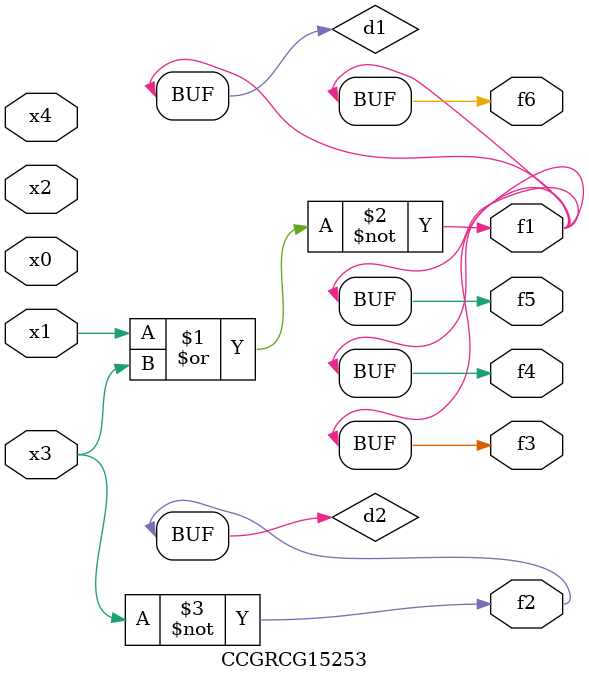
<source format=v>
module CCGRCG15253(
	input x0, x1, x2, x3, x4,
	output f1, f2, f3, f4, f5, f6
);

	wire d1, d2;

	nor (d1, x1, x3);
	not (d2, x3);
	assign f1 = d1;
	assign f2 = d2;
	assign f3 = d1;
	assign f4 = d1;
	assign f5 = d1;
	assign f6 = d1;
endmodule

</source>
